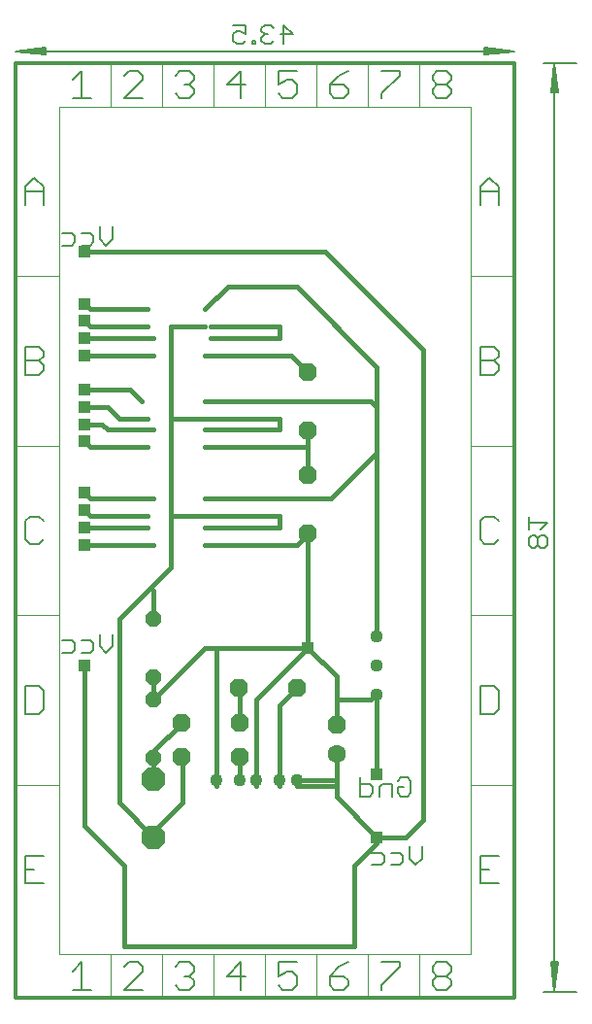
<source format=gbl>
G75*
%MOIN*%
%OFA0B0*%
%FSLAX24Y24*%
%IPPOS*%
%LPD*%
%AMOC8*
5,1,8,0,0,1.08239X$1,22.5*
%
%ADD10C,0.0060*%
%ADD11C,0.0118*%
%ADD12C,0.0039*%
%ADD13C,0.0080*%
%ADD14C,0.0051*%
%ADD15C,0.0440*%
%ADD16C,0.0630*%
%ADD17OC8,0.0630*%
%ADD18OC8,0.0520*%
%ADD19OC8,0.0825*%
%ADD20C,0.0160*%
%ADD21R,0.0396X0.0396*%
%ADD22C,0.0436*%
D10*
X001818Y012059D02*
X002139Y012059D01*
X002245Y012166D01*
X002245Y012379D01*
X002139Y012486D01*
X001818Y012486D01*
X002463Y012486D02*
X002783Y012486D01*
X002890Y012379D01*
X002890Y012166D01*
X002783Y012059D01*
X002463Y012059D01*
X003108Y012273D02*
X003108Y012700D01*
X003108Y012273D02*
X003321Y012059D01*
X003535Y012273D01*
X003535Y012700D01*
X003321Y026036D02*
X003108Y026249D01*
X003108Y026676D01*
X002890Y026356D02*
X002890Y026142D01*
X002783Y026036D01*
X002463Y026036D01*
X002245Y026142D02*
X002245Y026356D01*
X002139Y026463D01*
X001818Y026463D01*
X001818Y026036D02*
X002139Y026036D01*
X002245Y026142D01*
X002463Y026463D02*
X002783Y026463D01*
X002890Y026356D01*
X003321Y026036D02*
X003535Y026249D01*
X003535Y026676D01*
X007796Y032955D02*
X008010Y032955D01*
X008117Y033061D01*
X008117Y033275D02*
X007903Y033382D01*
X007796Y033382D01*
X007690Y033275D01*
X007690Y033061D01*
X007796Y032955D01*
X007690Y033595D02*
X008117Y033595D01*
X008117Y033275D01*
X008332Y033061D02*
X008332Y032955D01*
X008439Y032955D01*
X008439Y033061D01*
X008332Y033061D01*
X008656Y033061D02*
X008763Y032955D01*
X008977Y032955D01*
X009083Y033061D01*
X008870Y033275D02*
X008763Y033275D01*
X008656Y033168D01*
X008656Y033061D01*
X008763Y033275D02*
X008656Y033382D01*
X008656Y033488D01*
X008763Y033595D01*
X008977Y033595D01*
X009083Y033488D01*
X009301Y033275D02*
X009728Y033275D01*
X009408Y033595D01*
X009408Y032955D01*
X017826Y016731D02*
X017826Y016304D01*
X017826Y016518D02*
X018466Y016518D01*
X018253Y016304D01*
X018253Y016087D02*
X018146Y015980D01*
X018146Y015766D01*
X018253Y015659D01*
X018360Y015659D01*
X018466Y015766D01*
X018466Y015980D01*
X018360Y016087D01*
X018253Y016087D01*
X018146Y015980D02*
X018039Y016087D01*
X017933Y016087D01*
X017826Y015980D01*
X017826Y015766D01*
X017933Y015659D01*
X018039Y015659D01*
X018146Y015766D01*
X013664Y007778D02*
X013451Y007778D01*
X013344Y007672D01*
X013344Y007458D02*
X013557Y007458D01*
X013344Y007458D02*
X013344Y007245D01*
X013451Y007138D01*
X013664Y007138D01*
X013771Y007245D01*
X013771Y007672D01*
X013664Y007778D01*
X013126Y007565D02*
X013126Y007138D01*
X013126Y007565D02*
X012806Y007565D01*
X012699Y007458D01*
X012699Y007138D01*
X012482Y007245D02*
X012482Y007458D01*
X012375Y007565D01*
X012055Y007565D01*
X012055Y007778D02*
X012055Y007138D01*
X012375Y007138D01*
X012482Y007245D01*
X012448Y005203D02*
X012769Y005203D01*
X012875Y005096D01*
X012875Y004882D01*
X012769Y004776D01*
X012448Y004776D01*
X013093Y004776D02*
X013413Y004776D01*
X013520Y004882D01*
X013520Y005096D01*
X013413Y005203D01*
X013093Y005203D01*
X013737Y004989D02*
X013737Y005416D01*
X013737Y004989D02*
X013951Y004776D01*
X014164Y004989D01*
X014164Y005416D01*
D11*
X017344Y000218D02*
X000218Y000218D01*
X000218Y032305D01*
X017344Y032305D01*
X017344Y000218D01*
D12*
X015844Y001718D02*
X015844Y030805D01*
X001718Y030805D01*
X001718Y001718D01*
X015844Y001718D01*
X014078Y001718D02*
X014078Y000218D01*
X012313Y000218D02*
X012313Y001718D01*
X010547Y001718D02*
X010547Y000218D01*
X008781Y000218D02*
X008781Y001718D01*
X007015Y001718D02*
X007015Y000218D01*
X005250Y000218D02*
X005250Y001718D01*
X003484Y001718D02*
X003484Y000218D01*
X001718Y007535D02*
X000218Y007535D01*
X000218Y013353D02*
X001718Y013353D01*
X001718Y019170D02*
X000218Y019170D01*
X000218Y024987D02*
X001718Y024987D01*
X003484Y030805D02*
X003484Y032305D01*
X005250Y032305D02*
X005250Y030805D01*
X007015Y030805D02*
X007015Y032305D01*
X008781Y032305D02*
X008781Y030805D01*
X010547Y030805D02*
X010547Y032305D01*
X012313Y032305D02*
X012313Y030805D01*
X014078Y030805D02*
X014078Y032305D01*
X015844Y024987D02*
X017344Y024987D01*
X017344Y019170D02*
X015844Y019170D01*
X015844Y013353D02*
X017344Y013353D01*
X017344Y007535D02*
X015844Y007535D01*
D13*
X016161Y005101D02*
X016161Y004153D01*
X016793Y004153D01*
X016477Y004627D02*
X016161Y004627D01*
X016161Y005101D02*
X016793Y005101D01*
X015002Y001443D02*
X014686Y001443D01*
X014528Y001285D01*
X014528Y001127D01*
X014686Y000969D01*
X015002Y000969D01*
X015160Y000810D01*
X015160Y000652D01*
X015002Y000494D01*
X014686Y000494D01*
X014528Y000652D01*
X014528Y000810D01*
X014686Y000969D01*
X015002Y000969D02*
X015160Y001127D01*
X015160Y001285D01*
X015002Y001443D01*
X013395Y001443D02*
X013395Y001285D01*
X012762Y000652D01*
X012762Y000494D01*
X012762Y001443D02*
X013395Y001443D01*
X011629Y001443D02*
X011313Y001285D01*
X010997Y000969D01*
X011471Y000969D01*
X011629Y000810D01*
X011629Y000652D01*
X011471Y000494D01*
X011155Y000494D01*
X010997Y000652D01*
X010997Y000969D01*
X009863Y000969D02*
X009863Y000652D01*
X009705Y000494D01*
X009389Y000494D01*
X009231Y000652D01*
X009231Y000969D02*
X009547Y001127D01*
X009705Y001127D01*
X009863Y000969D01*
X009863Y001443D02*
X009231Y001443D01*
X009231Y000969D01*
X008097Y000969D02*
X007465Y000969D01*
X007939Y001443D01*
X007939Y000494D01*
X006332Y000652D02*
X006174Y000494D01*
X005857Y000494D01*
X005699Y000652D01*
X006016Y000969D02*
X006174Y000969D01*
X006332Y000810D01*
X006332Y000652D01*
X006174Y000969D02*
X006332Y001127D01*
X006332Y001285D01*
X006174Y001443D01*
X005857Y001443D01*
X005699Y001285D01*
X004566Y001285D02*
X004408Y001443D01*
X004092Y001443D01*
X003934Y001285D01*
X004566Y001127D02*
X003934Y000494D01*
X004566Y000494D01*
X004566Y001127D02*
X004566Y001285D01*
X002800Y000494D02*
X002168Y000494D01*
X002484Y000494D02*
X002484Y001443D01*
X002168Y001127D01*
X001167Y004153D02*
X000535Y004153D01*
X000535Y005101D01*
X001167Y005101D01*
X000851Y004627D02*
X000535Y004627D01*
X000535Y009970D02*
X001009Y009970D01*
X001167Y010128D01*
X001167Y010761D01*
X001009Y010919D01*
X000535Y010919D01*
X000535Y009970D01*
X000693Y015788D02*
X000535Y015946D01*
X000535Y016578D01*
X000693Y016736D01*
X001009Y016736D01*
X001167Y016578D01*
X001167Y015946D02*
X001009Y015788D01*
X000693Y015788D01*
X000535Y021605D02*
X001009Y021605D01*
X001167Y021763D01*
X001167Y021921D01*
X001009Y022079D01*
X000535Y022079D01*
X000535Y021605D02*
X000535Y022553D01*
X001009Y022553D01*
X001167Y022395D01*
X001167Y022237D01*
X001009Y022079D01*
X001167Y027422D02*
X001167Y028055D01*
X000851Y028371D01*
X000535Y028055D01*
X000535Y027422D01*
X000535Y027896D02*
X001167Y027896D01*
X002168Y031081D02*
X002800Y031081D01*
X002484Y031081D02*
X002484Y032029D01*
X002168Y031713D01*
X003934Y031871D02*
X004092Y032029D01*
X004408Y032029D01*
X004566Y031871D01*
X004566Y031713D01*
X003934Y031081D01*
X004566Y031081D01*
X005699Y031239D02*
X005857Y031081D01*
X006174Y031081D01*
X006332Y031239D01*
X006332Y031397D01*
X006174Y031555D01*
X006016Y031555D01*
X006174Y031555D02*
X006332Y031713D01*
X006332Y031871D01*
X006174Y032029D01*
X005857Y032029D01*
X005699Y031871D01*
X007465Y031555D02*
X008097Y031555D01*
X007939Y031081D02*
X007939Y032029D01*
X007465Y031555D01*
X009231Y031555D02*
X009547Y031713D01*
X009705Y031713D01*
X009863Y031555D01*
X009863Y031239D01*
X009705Y031081D01*
X009389Y031081D01*
X009231Y031239D01*
X009231Y031555D02*
X009231Y032029D01*
X009863Y032029D01*
X010997Y031555D02*
X010997Y031239D01*
X011155Y031081D01*
X011471Y031081D01*
X011629Y031239D01*
X011629Y031397D01*
X011471Y031555D01*
X010997Y031555D01*
X011313Y031871D01*
X011629Y032029D01*
X012762Y032029D02*
X013395Y032029D01*
X013395Y031871D01*
X012762Y031239D01*
X012762Y031081D01*
X014528Y031239D02*
X014528Y031397D01*
X014686Y031555D01*
X015002Y031555D01*
X015160Y031397D01*
X015160Y031239D01*
X015002Y031081D01*
X014686Y031081D01*
X014528Y031239D01*
X014686Y031555D02*
X014528Y031713D01*
X014528Y031871D01*
X014686Y032029D01*
X015002Y032029D01*
X015160Y031871D01*
X015160Y031713D01*
X015002Y031555D01*
X016477Y028371D02*
X016793Y028055D01*
X016793Y027422D01*
X016793Y027896D02*
X016161Y027896D01*
X016161Y028055D02*
X016477Y028371D01*
X016161Y028055D02*
X016161Y027422D01*
X016161Y022553D02*
X016635Y022553D01*
X016793Y022395D01*
X016793Y022237D01*
X016635Y022079D01*
X016161Y022079D01*
X016161Y021605D02*
X016161Y022553D01*
X016635Y022079D02*
X016793Y021921D01*
X016793Y021763D01*
X016635Y021605D01*
X016161Y021605D01*
X016319Y016736D02*
X016161Y016578D01*
X016161Y015946D01*
X016319Y015788D01*
X016635Y015788D01*
X016793Y015946D01*
X016793Y016578D02*
X016635Y016736D01*
X016319Y016736D01*
X016161Y010919D02*
X016635Y010919D01*
X016793Y010761D01*
X016793Y010128D01*
X016635Y009970D01*
X016161Y009970D01*
X016161Y010919D01*
D14*
X018596Y001439D02*
X018848Y001439D01*
X018722Y000415D01*
X018824Y001439D01*
X018773Y001439D02*
X018722Y000415D01*
X018620Y001439D01*
X018596Y001439D02*
X018722Y000415D01*
X018671Y001439D01*
X018722Y000415D02*
X018722Y032305D01*
X018824Y031281D01*
X018848Y031281D02*
X018596Y031281D01*
X018722Y032305D01*
X018620Y031281D01*
X018671Y031281D02*
X018722Y032305D01*
X018773Y031281D01*
X018848Y031281D02*
X018722Y032305D01*
X018328Y032305D02*
X019490Y032305D01*
X017344Y032698D02*
X016320Y032596D01*
X016320Y032573D02*
X017344Y032698D01*
X016320Y032801D01*
X016320Y032824D02*
X016320Y032573D01*
X016320Y032647D02*
X017344Y032698D01*
X016320Y032750D01*
X016320Y032824D02*
X017344Y032698D01*
X000218Y032698D01*
X001242Y032596D01*
X001242Y032573D02*
X000218Y032698D01*
X001242Y032801D01*
X001242Y032824D02*
X001242Y032573D01*
X001242Y032647D02*
X000218Y032698D01*
X001242Y032750D01*
X001242Y032824D02*
X000218Y032698D01*
X000218Y032698D01*
X017344Y032698D02*
X017344Y032698D01*
X018328Y000415D02*
X019490Y000415D01*
D15*
X012620Y010635D03*
X012620Y011635D03*
X012620Y012635D03*
D16*
X011242Y008576D03*
D17*
X011242Y009576D03*
X009880Y010848D03*
X007880Y010848D03*
X007911Y009667D03*
X007911Y008486D03*
X005911Y008486D03*
X005911Y009667D03*
X010257Y016147D03*
X010257Y018147D03*
X010257Y019691D03*
X010257Y021691D03*
D18*
X004943Y013226D03*
X004943Y011226D03*
X004943Y010470D03*
X004943Y008470D03*
D19*
X004943Y007714D03*
X004943Y005714D03*
D20*
X004943Y005730D02*
X004943Y005927D01*
X005927Y006911D01*
X005927Y008486D01*
X004943Y008683D02*
X005927Y009667D01*
X004943Y010454D02*
X004943Y011242D01*
X004943Y010454D02*
X006714Y012226D01*
X007108Y012226D01*
X010257Y012226D01*
X008486Y010454D01*
X008486Y007698D01*
X008486Y007502D01*
X007895Y007698D02*
X007895Y008486D01*
X007108Y007698D02*
X007108Y007502D01*
X007108Y007698D02*
X007108Y012226D01*
X007895Y010848D02*
X007895Y009667D01*
X009273Y010257D02*
X009273Y007698D01*
X009273Y007502D01*
X009864Y007502D02*
X011242Y007502D01*
X011242Y007108D01*
X012620Y005730D01*
X012620Y005533D01*
X011832Y004746D01*
X011832Y001990D01*
X003958Y001990D01*
X003958Y004746D01*
X002580Y006124D01*
X002580Y011635D01*
X003761Y013210D02*
X005533Y014982D01*
X005533Y016754D01*
X009273Y016754D01*
X009273Y016360D01*
X006714Y016360D01*
X006714Y015769D02*
X009864Y015769D01*
X010257Y016163D01*
X010257Y012226D01*
X011242Y011242D01*
X011242Y010454D01*
X012423Y010454D01*
X012620Y010651D01*
X012620Y007895D01*
X011242Y007698D02*
X011242Y007502D01*
X011242Y007698D02*
X011242Y008683D01*
X011242Y009470D02*
X011242Y010454D01*
X009864Y010848D02*
X009273Y010257D01*
X009864Y007698D02*
X011242Y007698D01*
X012620Y005730D02*
X013604Y005730D01*
X014194Y006320D01*
X014194Y022462D01*
X010848Y025809D01*
X002580Y025809D01*
X002580Y024037D02*
X002777Y023840D01*
X004746Y023840D01*
X004746Y023250D02*
X002777Y023250D01*
X002580Y023446D01*
X002580Y022856D02*
X004943Y022856D01*
X004943Y022265D02*
X002580Y022265D01*
X002580Y021084D02*
X004155Y021084D01*
X004549Y020691D01*
X004746Y020100D02*
X003761Y020100D01*
X003368Y020494D01*
X002580Y020494D01*
X002580Y019903D02*
X003171Y019903D01*
X003368Y019706D01*
X004943Y019706D01*
X004746Y019116D02*
X002777Y019116D01*
X002580Y019313D01*
X002580Y017541D02*
X002777Y017344D01*
X004943Y017344D01*
X004746Y016754D02*
X002777Y016754D01*
X002580Y016950D01*
X002580Y016360D02*
X004746Y016360D01*
X004943Y015769D02*
X002580Y015769D01*
X003761Y013210D02*
X003761Y006911D01*
X004943Y005730D01*
X004943Y007698D02*
X004943Y008683D01*
X004943Y013210D02*
X004943Y014194D01*
X005533Y016754D02*
X005533Y016950D01*
X005533Y020100D01*
X009273Y020100D01*
X009273Y019706D01*
X006714Y019706D01*
X006714Y019116D02*
X010257Y019116D01*
X010257Y018328D01*
X010454Y018131D01*
X011045Y017344D02*
X012620Y018919D01*
X012620Y012620D01*
X011045Y017344D02*
X006714Y017344D01*
X005533Y020100D02*
X005533Y023250D01*
X006714Y023250D01*
X006911Y023250D02*
X009273Y023250D01*
X009273Y022856D01*
X006911Y022856D01*
X006714Y022265D02*
X009667Y022265D01*
X010257Y021675D01*
X010257Y019706D02*
X010257Y019116D01*
X012423Y020691D02*
X012620Y020494D01*
X012620Y018919D01*
X012620Y020494D02*
X012620Y021872D01*
X009864Y024628D01*
X007502Y024628D01*
X006714Y023840D01*
X006714Y020691D02*
X012423Y020691D01*
D21*
X010257Y012226D03*
X012620Y007895D03*
X012620Y005730D03*
X002580Y011635D03*
X002580Y015769D03*
X002580Y016360D03*
X002580Y016950D03*
X002580Y017541D03*
X002580Y019313D03*
X002580Y019903D03*
X002580Y020494D03*
X002580Y021084D03*
X002580Y022265D03*
X002580Y022856D03*
X002580Y023446D03*
X002580Y024037D03*
X002580Y025809D03*
D22*
X007108Y007698D03*
X007895Y007698D03*
X008486Y007698D03*
X009273Y007698D03*
X009864Y007698D03*
M02*

</source>
